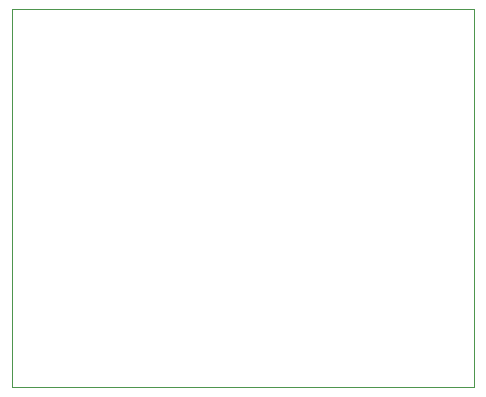
<source format=gbr>
%TF.GenerationSoftware,KiCad,Pcbnew,(5.1.10)-1*%
%TF.CreationDate,2021-11-06T11:37:03+01:00*%
%TF.ProjectId,msx-mouse-adapter,6d73782d-6d6f-4757-9365-2d6164617074,rev?*%
%TF.SameCoordinates,Original*%
%TF.FileFunction,Profile,NP*%
%FSLAX46Y46*%
G04 Gerber Fmt 4.6, Leading zero omitted, Abs format (unit mm)*
G04 Created by KiCad (PCBNEW (5.1.10)-1) date 2021-11-06 11:37:03*
%MOMM*%
%LPD*%
G01*
G04 APERTURE LIST*
%TA.AperFunction,Profile*%
%ADD10C,0.050000*%
%TD*%
G04 APERTURE END LIST*
D10*
X118618000Y-66294000D02*
X118618000Y-34290000D01*
X157734000Y-66294000D02*
X118618000Y-66294000D01*
X157734000Y-34290000D02*
X157734000Y-66294000D01*
X118618000Y-34290000D02*
X157734000Y-34290000D01*
M02*

</source>
